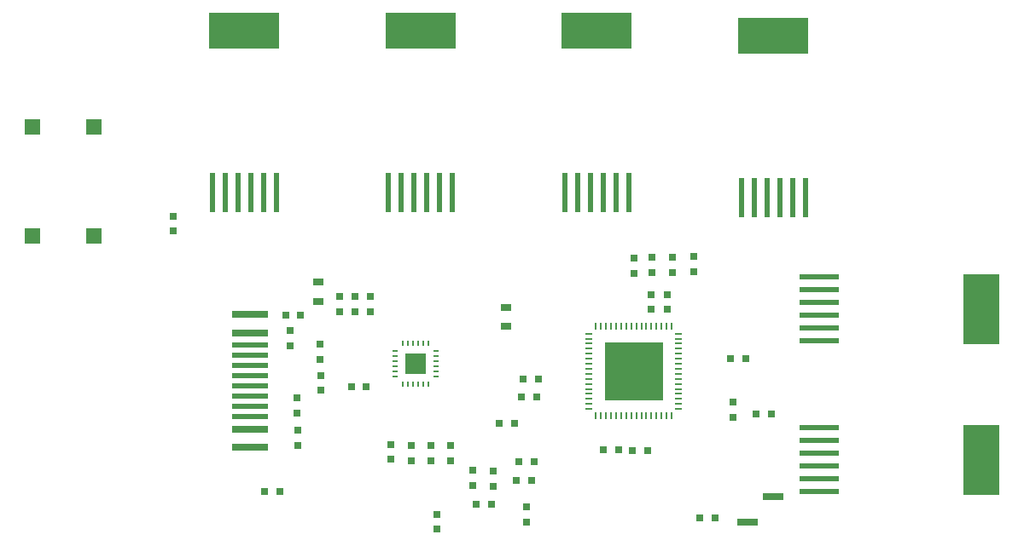
<source format=gtp>
G04 (created by PCBNEW (2013-07-07 BZR 4022)-stable) date 8/5/2014 5:00:46 PM*
%MOIN*%
G04 Gerber Fmt 3.4, Leading zero omitted, Abs format*
%FSLAX34Y34*%
G01*
G70*
G90*
G04 APERTURE LIST*
%ADD10C,0.00590551*%
%ADD11R,0.00787402X0.0267717*%
%ADD12R,0.0267717X0.00787402*%
%ADD13R,0.225197X0.225197*%
%ADD14R,0.06296X0.06296*%
%ADD15R,0.03152X0.02832*%
%ADD16R,0.07872X0.07872*%
%ADD17O,0.00784X0.0252*%
%ADD18O,0.0252X0.00784*%
%ADD19R,0.02832X0.03152*%
%ADD20R,0.044X0.028*%
%ADD21R,0.0314961X0.0251968*%
%ADD22R,0.08X0.0312*%
%ADD23R,0.15748X0.023937*%
%ADD24R,0.141732X0.277165*%
%ADD25R,0.023937X0.15748*%
%ADD26R,0.277165X0.141732*%
%ADD27R,0.144882X0.0255118*%
%ADD28R,0.144882X0.0192126*%
G04 APERTURE END LIST*
G54D10*
G54D11*
X59807Y-37259D03*
X60003Y-37259D03*
X58625Y-37259D03*
X58822Y-37259D03*
X59216Y-37259D03*
X59019Y-37259D03*
X59610Y-37259D03*
X59413Y-37259D03*
X57838Y-37259D03*
X58035Y-37259D03*
X58429Y-37259D03*
X58232Y-37259D03*
X57444Y-37259D03*
X57641Y-37259D03*
X57248Y-37259D03*
X57051Y-37259D03*
G54D12*
X56775Y-36984D03*
X56775Y-36787D03*
X56775Y-36393D03*
X56775Y-36590D03*
X56775Y-35803D03*
X56775Y-35606D03*
X56775Y-36000D03*
X56775Y-36196D03*
X56775Y-34622D03*
X56775Y-34425D03*
X56775Y-35015D03*
X56775Y-34818D03*
X56775Y-35212D03*
X56775Y-35409D03*
X56775Y-34031D03*
X56775Y-34228D03*
G54D11*
X57051Y-33755D03*
X57248Y-33755D03*
X57641Y-33755D03*
X57444Y-33755D03*
X58232Y-33755D03*
X58429Y-33755D03*
X58035Y-33755D03*
X57838Y-33755D03*
X59413Y-33755D03*
X59610Y-33755D03*
X59019Y-33755D03*
X59216Y-33755D03*
X58822Y-33755D03*
X58625Y-33755D03*
X60003Y-33755D03*
X59807Y-33755D03*
G54D12*
X60279Y-34228D03*
X60279Y-34031D03*
X60279Y-35409D03*
X60279Y-35212D03*
X60279Y-34818D03*
X60279Y-35007D03*
X60279Y-34425D03*
X60279Y-34622D03*
X60279Y-36196D03*
X60279Y-36000D03*
X60279Y-35606D03*
X60279Y-35803D03*
X60279Y-36590D03*
X60279Y-36393D03*
X60279Y-36787D03*
X60279Y-36984D03*
G54D13*
X58527Y-35507D03*
G54D14*
X35039Y-25940D03*
X37441Y-25940D03*
X35039Y-30202D03*
X37441Y-30202D03*
G54D15*
X50846Y-41693D03*
X50846Y-41101D03*
X47047Y-32578D03*
X47047Y-33170D03*
X52224Y-39981D03*
X52224Y-39389D03*
G54D16*
X50003Y-35208D03*
G54D17*
X49511Y-35995D03*
X49708Y-35995D03*
X49905Y-35995D03*
X50101Y-35995D03*
X50298Y-35995D03*
X50495Y-35995D03*
G54D18*
X50790Y-35700D03*
X50790Y-35503D03*
X50790Y-35306D03*
X50790Y-35110D03*
X50790Y-34913D03*
X50790Y-34716D03*
G54D17*
X50495Y-34421D03*
X50298Y-34421D03*
X50101Y-34421D03*
X49905Y-34421D03*
X49708Y-34421D03*
X49511Y-34421D03*
G54D18*
X49216Y-34716D03*
X49216Y-34913D03*
X49216Y-35110D03*
X49216Y-35306D03*
X49216Y-35503D03*
X49216Y-35700D03*
G54D19*
X47491Y-36114D03*
X48083Y-36114D03*
G54D20*
X46220Y-32026D03*
X46220Y-32776D03*
G54D15*
X53031Y-40000D03*
X53031Y-39408D03*
X51377Y-38996D03*
X51377Y-38404D03*
X49035Y-38957D03*
X49035Y-38365D03*
X48228Y-32578D03*
X48228Y-33170D03*
X47637Y-32578D03*
X47637Y-33170D03*
X62401Y-36711D03*
X62401Y-37303D03*
X54350Y-41418D03*
X54350Y-40826D03*
G54D19*
X62894Y-35000D03*
X62302Y-35000D03*
G54D15*
X59842Y-32499D03*
X59842Y-33091D03*
X58533Y-31081D03*
X58533Y-31673D03*
X60866Y-31614D03*
X60866Y-31022D03*
X59212Y-32499D03*
X59212Y-33091D03*
G54D19*
X54626Y-39035D03*
X54034Y-39035D03*
X54528Y-39763D03*
X53936Y-39763D03*
X52973Y-40708D03*
X52381Y-40708D03*
X54803Y-35826D03*
X54211Y-35826D03*
X54744Y-36515D03*
X54152Y-36515D03*
X53878Y-37539D03*
X53286Y-37539D03*
G54D15*
X46283Y-35051D03*
X46283Y-34459D03*
X46291Y-35664D03*
X46291Y-36256D03*
X45385Y-37134D03*
X45385Y-36542D03*
X45405Y-37822D03*
X45405Y-38414D03*
G54D19*
X44693Y-40208D03*
X44101Y-40208D03*
X57341Y-38582D03*
X57933Y-38582D03*
X45516Y-33295D03*
X44924Y-33295D03*
G54D15*
X45106Y-34512D03*
X45106Y-33920D03*
G54D19*
X58483Y-38622D03*
X59075Y-38622D03*
G54D15*
X40551Y-30020D03*
X40551Y-29428D03*
G54D21*
X50610Y-38405D03*
X49822Y-38405D03*
X50610Y-38996D03*
X49822Y-38996D03*
X59251Y-31633D03*
X60039Y-31633D03*
X59251Y-31043D03*
X60039Y-31043D03*
G54D19*
X61121Y-41259D03*
X61713Y-41259D03*
G54D20*
X53543Y-33760D03*
X53543Y-33010D03*
G54D19*
X63306Y-37185D03*
X63898Y-37185D03*
G54D22*
X63964Y-40405D03*
X62964Y-41405D03*
G54D23*
X65787Y-37726D03*
X65787Y-38726D03*
X65787Y-39726D03*
X65787Y-39226D03*
X65787Y-40226D03*
X65787Y-38226D03*
G54D24*
X72106Y-38976D03*
G54D23*
X65787Y-31820D03*
X65787Y-32820D03*
X65787Y-33820D03*
X65787Y-33320D03*
X65787Y-34320D03*
X65787Y-32320D03*
G54D24*
X72106Y-33070D03*
G54D25*
X48946Y-28503D03*
X49946Y-28503D03*
X50946Y-28503D03*
X50446Y-28503D03*
X51446Y-28503D03*
X49446Y-28503D03*
G54D26*
X50196Y-22185D03*
G54D25*
X42057Y-28503D03*
X43057Y-28503D03*
X44057Y-28503D03*
X43557Y-28503D03*
X44557Y-28503D03*
X42557Y-28503D03*
G54D26*
X43307Y-22185D03*
G54D25*
X62726Y-28700D03*
X63726Y-28700D03*
X64726Y-28700D03*
X64226Y-28700D03*
X65226Y-28700D03*
X63226Y-28700D03*
G54D26*
X63976Y-22381D03*
G54D25*
X55836Y-28503D03*
X56836Y-28503D03*
X57836Y-28503D03*
X57336Y-28503D03*
X58336Y-28503D03*
X56336Y-28503D03*
G54D26*
X57086Y-22185D03*
G54D27*
X43523Y-33291D03*
X43523Y-34015D03*
G54D28*
X43523Y-34488D03*
X43523Y-34889D03*
X43523Y-35692D03*
X43523Y-37291D03*
X43523Y-36488D03*
G54D27*
X43523Y-38488D03*
X43523Y-37763D03*
G54D28*
X43523Y-36090D03*
X43523Y-36889D03*
X43523Y-35291D03*
M02*

</source>
